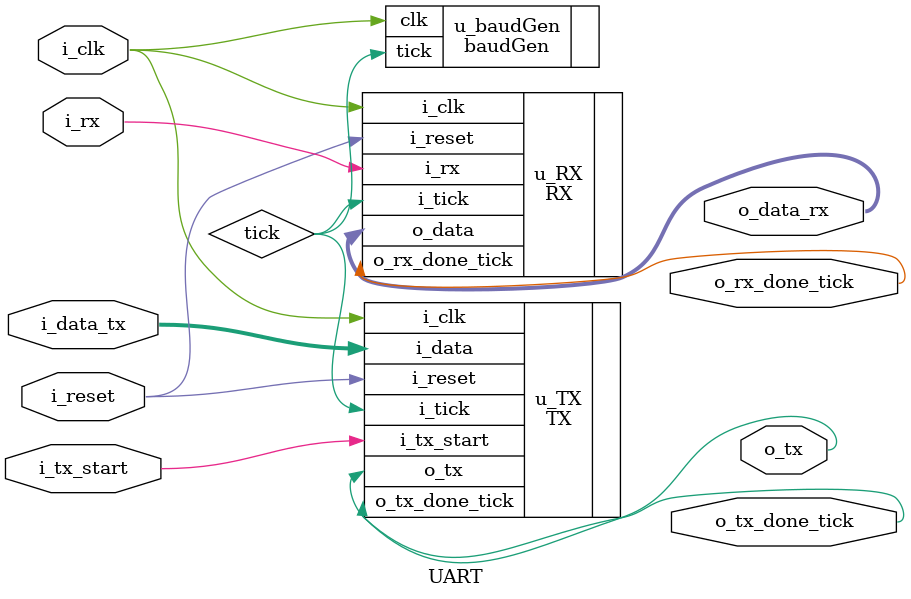
<source format=v>
`timescale 1ns / 1ps


module UART
#( 
    parameter                  NB_DATA     = 9,       //Numero de bits del dato
    parameter                  SB_TICK     = 16,       //Numero de Ticks que dura un bit  
    parameter                  BAUD_RATE   = 9600,
    parameter                  CLK_FREC    = 50000000 // 50 MHz
)
(
    // INPUTS
    input wire                  i_clk,
    input wire                  i_reset,
    
    //Input TX
    input wire                  i_tx_start,           //Habilita el comienzo de transmision
    input wire [NB_DATA-1:0]    i_data_tx,            //Dato en paralelo a transmitir
    //Input RX
    input wire                  i_rx,                 //Cable de recepcion de la informacion serial 


    // OUTPUTS
    //Output TX
    output wire                 o_tx_done_tick,       //Aviso de finalizacion de la transmision
    output wire                 o_tx,                 //Wire de transmisión
    //Output RX
    output wire                 o_rx_done_tick,       //Aviso de finalizacion de recepcion
    output wire [NB_DATA-1:0]   o_data_rx             //Dato recibido, mostrado en paralelo
);




    wire                        tick;               //Ticks de entrada del baudGen
    
    reg [2:0]                   state_reg,      state_next;         //
    reg [3:0]                   tickCounter_reg,tickCounter_next;   // Contador de ticks del baudGen
    reg [3:0]                   bitCounter_reg, bitCounter_next;    // Contador de bits transmitidos
    reg [NB_DATA-1:0]           buffer_reg,     buffer_next;        // Buffer de datos a transmitir
    reg                         tx_reg,         tx_next;            //
    //reg                         o_tx_done_tick_reg, o_tx_done_tick_next;
    
    
    
    baudGen#
    (.BAUD_RATE(BAUD_RATE), .CLK_FREC(CLK_FREC))
    u_baudGen
    (.clk(i_clk),.tick(tick));


    TX#
    (
        .NB_DATA(NB_DATA), 
        .SB_TICK(SB_TICK))
    u_TX
    (
        .i_clk      (i_clk),
        .i_reset    (i_reset),
        .i_tx_start (i_tx_start),
        .i_tick     (tick),
        .i_data     (i_data_tx),
        .o_tx_done_tick(o_tx_done_tick),
        .o_tx       (o_tx));
    
    RX
    #(
        .NB_DATA      (NB_DATA),
        .SB_TICK      (SB_TICK)
    )
    u_RX
    (
        .i_clk        (i_clk),
        .i_reset      (i_reset),
        .i_tick       (tick),
        .i_rx         (i_rx),
        .o_rx_done_tick(o_rx_done_tick),
        .o_data       (o_data_rx)
    );
    
            
endmodule

</source>
